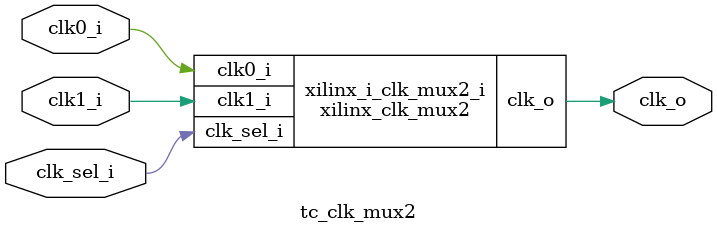
<source format=sv>

module xilinx_clk_gating (
    input  logic clk_i,
    input  logic en_i,
    input  logic test_en_i,
    output logic clk_o
);

  logic clk_en;

  // Use a latch based clock gate instead of BUFGCE. Otherwise we quickly run out of BUFGCTRL cells on the FPGAs.
  always_latch begin
    if (clk_i == 1'b0) clk_en <= en_i | test_en_i;
  end

  assign clk_o = clk_i & clk_en;


endmodule

module xilinx_clk_inverter (
    input  logic clk_i,
    output logic clk_o
);

  assign clk_o = ~clk_i;

endmodule


module xilinx_clk_mux2 (
    input  logic clk0_i,
    input  logic clk1_i,
    input  logic clk_sel_i,
    output logic clk_o
);

  BUFGMUX i_BUFGMUX (
      .S (clk_sel_i),
      .I0(clk0_i),
      .I1(clk1_i),
      .O (clk_o)
  );

endmodule

module cluster_clock_inverter (
    input  logic clk_i,
    output logic clk_o
);

  xilinx_clk_inverter clk_inv_i (.*);

endmodule

module pulp_clock_mux2 (
    input  logic clk0_i,
    input  logic clk1_i,
    input  logic clk_sel_i,
    output logic clk_o
);

  xilinx_clk_mux2 clk_mux2_i (.*);

endmodule

module pulp_clock_inverter (
    input  logic clk_i,
    output logic clk_o
);

  xilinx_clk_inverter clk_inv_i (.*);

endmodule

module cv32e40p_clock_gate (
    input  logic clk_i,
    input  logic en_i,
    input  logic scan_cg_en_i,
    output logic clk_o
);

  xilinx_clk_gating clk_gate_i (
      .clk_i,
      .en_i,
      .test_en_i(scan_cg_en_i),
      .clk_o
  );

endmodule

module tc_clk_mux2 (
    input  logic clk0_i,
    input  logic clk1_i,
    input  logic clk_sel_i,
    output logic clk_o
);

  xilinx_clk_mux2 xilinx_i_clk_mux2_i (
      .clk0_i,
      .clk1_i,
      .clk_sel_i,
      .clk_o
  );

endmodule

</source>
